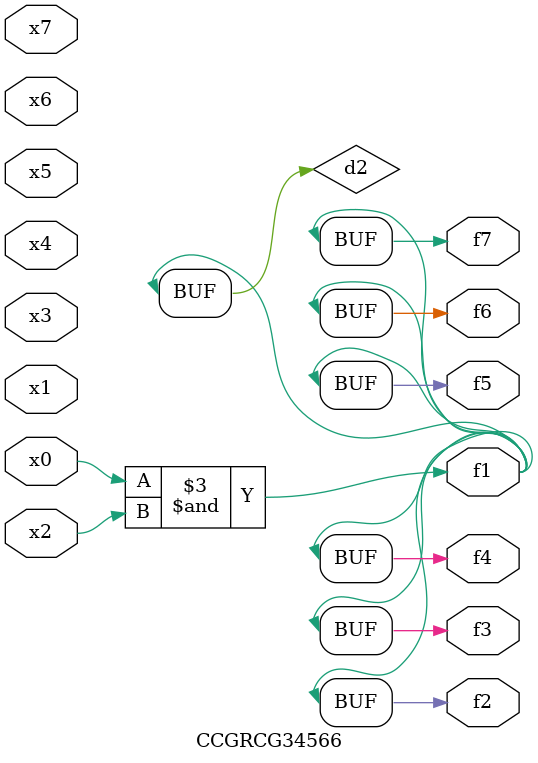
<source format=v>
module CCGRCG34566(
	input x0, x1, x2, x3, x4, x5, x6, x7,
	output f1, f2, f3, f4, f5, f6, f7
);

	wire d1, d2;

	nor (d1, x3, x6);
	and (d2, x0, x2);
	assign f1 = d2;
	assign f2 = d2;
	assign f3 = d2;
	assign f4 = d2;
	assign f5 = d2;
	assign f6 = d2;
	assign f7 = d2;
endmodule

</source>
